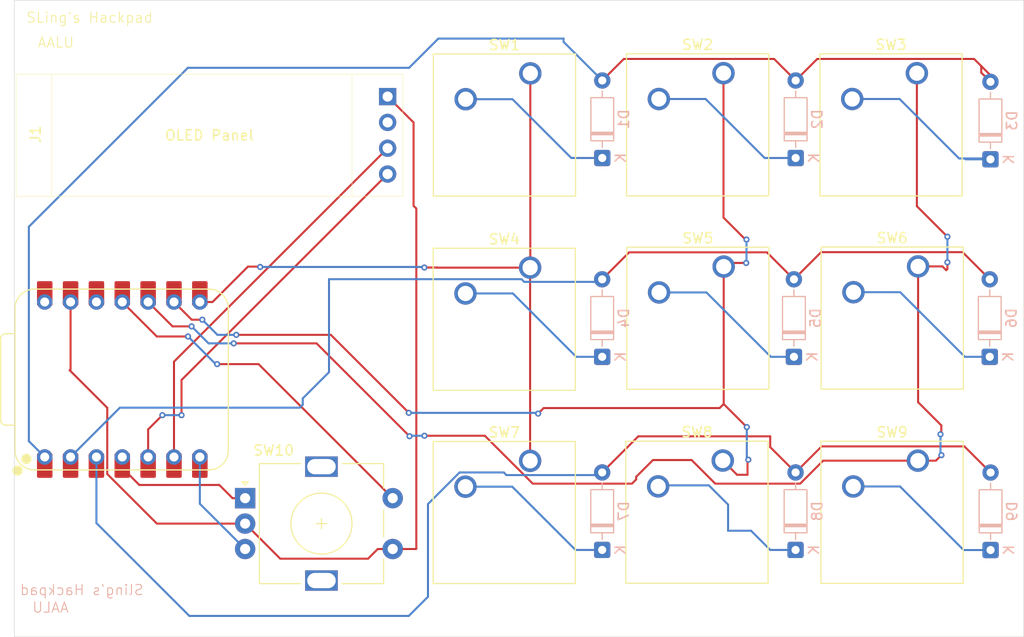
<source format=kicad_pcb>
(kicad_pcb (version 20241229) (generator "pcbnew") (generator_version "9.0")
  (layers (0 "F.Cu" signal) (2 "B.Cu" signal) (13 "F.Paste" user) (15 "B.Paste" user) (5 "F.SilkS" user "F.Silkscreen") (7 "B.SilkS" user "B.Silkscreen") (1 "F.Mask" user) (3 "B.Mask" user) (25 "Edge.Cuts" user))
  (net 0 "")
  (net 1 "Net-(D1-A)")
  (net 2 "Net-(D1-K)")
  (net 3 "Net-(D2-K)")
  (net 4 "Net-(D3-K)")
  (net 5 "Net-(D4-K)")
  (net 6 "Net-(D4-A)")
  (net 7 "Net-(D5-K)")
  (net 8 "Net-(D6-K)")
  (net 9 "Net-(D7-K)")
  (net 10 "Net-(D7-A)")
  (net 11 "Net-(D8-K)")
  (net 12 "Net-(D9-K)")
  (net 13 "Net-(J1-SDA)")
  (net 14 "Net-(J1-SCL)")
  (net 15 "GND")
  (net 16 "+5V")
  (net 17 "Net-(U1-GPIO1{slash}RX)")
  (net 18 "Net-(U1-GPIO2{slash}SCK)")
  (net 19 "Net-(U1-GPIO4{slash}MISO)")
  (net 20 "Net-(U1-GPIO3{slash}MOSI)")
  (net 21 "Net-(U1-GPIO29{slash}ADC3{slash}A3)")
  (net 22 "Net-(U1-GPIO0{slash}TX)")
  (footprint "Seeed Studio XIAO Series Library:XIAO-RP2040-DIP" (layer "F.Cu") (at 55.76 58.82 90)
    (property "Reference" "U1" (hide yes))
    (property "Value" "XIAO-RP2040-DIP")
    (fp_line (start -3.991272 -11.951) (end 4.004 -11.951) (stroke (width 0.127)) (layer "F.SilkS"))
    (fp_line (start 4.504 -11.451) (end 4.504 -10.541) (stroke (width 0.127)) (layer "F.SilkS"))
    (fp_line (start 6.985 -10.541) (end -6.985 -10.541) (stroke (width 0.1)) (layer "F.SilkS"))
    (fp_line (start 6.985 -10.541) (end -6.985 -10.541) (stroke (width 0.127)) (layer "F.SilkS"))
    (fp_line (start -4.495 -10.541) (end -4.491272 -11.451272) (stroke (width 0.127)) (layer "F.SilkS"))
    (fp_line (start 8.89 8.509) (end 8.89 -8.636) (stroke (width 0.127)) (layer "F.SilkS"))
    (fp_line (start -8.89 8.509) (end -8.89 -8.636) (stroke (width 0.127)) (layer "F.SilkS"))
    (fp_line (start -6.985 10.414) (end 6.985 10.414) (stroke (width 0.127)) (layer "F.SilkS"))
    (fp_arc (start 4.004 -11.951) (mid 4.357553 -11.804553) (end 4.504 -11.451) (stroke (width 0.127)) (layer "F.SilkS"))
    (fp_arc (start -4.491272 -11.451272) (mid -4.344728 -11.80464) (end -3.991272 -11.951) (stroke (width 0.127)) (layer "F.SilkS"))
    (fp_arc (start 6.985 -10.541) (mid 8.332038 -9.983038) (end 8.89 -8.636) (stroke (width 0.127)) (layer "F.SilkS"))
    (fp_arc (start -8.89 -8.636) (mid -8.332038 -9.983038) (end -6.985 -10.541) (stroke (width 0.127)) (layer "F.SilkS"))
    (fp_arc (start 8.89 8.509) (mid 8.332038 9.856038) (end 6.985 10.414) (stroke (width 0.127)) (layer "F.SilkS"))
    (fp_arc (start -6.985 10.414) (mid -8.332038 9.856038) (end -8.89 8.509) (stroke (width 0.127)) (layer "F.SilkS"))
    (fp_circle (center -8.95 -10.3) (end -8.95 -10.554) (stroke (width 0.5)) (fill yes) (layer "F.SilkS"))
    (fp_circle (center -7.807 -9.42) (end -7.807 -9.674) (stroke (width 0.5)) (fill yes) (layer "F.SilkS"))
    (pad "1" smd roundrect (at -8.455 -7.62 270) (size 2.432 1.524) (layers "F.Cu" "F.Mask") (roundrect_rratio 0.1) (net 1 "Net-(D1-A)"))
    (pad "1" thru_hole circle (at -7.62 -7.62 270) (size 1.524 1.524) (drill 0.889) (layers "*.Cu" "*.Mask") (net 1 "Net-(D1-A)"))
    (pad "2" smd roundrect (at -8.455 -5.08 270) (size 2.432 1.524) (layers "F.Cu" "F.Mask") (roundrect_rratio 0.1) (net 6 "Net-(D4-A)"))
    (pad "2" thru_hole circle (at -7.62 -5.08 270) (size 1.524 1.524) (drill 0.889) (layers "*.Cu" "*.Mask") (net 6 "Net-(D4-A)"))
    (pad "3" smd roundrect (at -8.455 -2.54 270) (size 2.432 1.524) (layers "F.Cu" "F.Mask") (roundrect_rratio 0.1) (net 10 "Net-(D7-A)"))
    (pad "3" thru_hole circle (at -7.62 -2.54 270) (size 1.524 1.524) (drill 0.889) (layers "*.Cu" "*.Mask") (net 10 "Net-(D7-A)"))
    (pad "4" smd roundrect (at -8.455 0 270) (size 2.432 1.524) (layers "F.Cu" "F.Mask") (roundrect_rratio 0.1) (net 21 "Net-(U1-GPIO29{slash}ADC3{slash}A3)"))
    (pad "4" thru_hole circle (at -7.62 0 270) (size 1.524 1.524) (drill 0.889) (layers "*.Cu" "*.Mask") (net 21 "Net-(U1-GPIO29{slash}ADC3{slash}A3)"))
    (pad "5" smd roundrect (at -8.455 2.54 270) (size 2.432 1.524) (layers "F.Cu" "F.Mask") (roundrect_rratio 0.1) (net 13 "Net-(J1-SDA)"))
    (pad "5" thru_hole circle (at -7.62 2.54 270) (size 1.524 1.524) (drill 0.889) (layers "*.Cu" "*.Mask") (net 13 "Net-(J1-SDA)"))
    (pad "6" smd roundrect (at -8.455 5.08 270) (size 2.432 1.524) (layers "F.Cu" "F.Mask") (roundrect_rratio 0.1) (net 14 "Net-(J1-SCL)"))
    (pad "6" thru_hole circle (at -7.62 5.08 270) (size 1.524 1.524) (drill 0.889) (layers "*.Cu" "*.Mask") (net 14 "Net-(J1-SCL)"))
    (pad "7" smd roundrect (at -8.455 7.62 270) (size 2.432 1.524) (layers "F.Cu" "F.Mask") (roundrect_rratio 0.1) (net 22 "Net-(U1-GPIO0{slash}TX)"))
    (pad "7" thru_hole circle (at -7.62 7.62 270) (size 1.524 1.524) (drill 0.889) (layers "*.Cu" "*.Mask") (net 22 "Net-(U1-GPIO0{slash}TX)"))
    (pad "8" thru_hole circle (at 7.62 7.62 90) (size 1.524 1.524) (drill 0.889) (layers "*.Cu" "*.Mask") (net 17 "Net-(U1-GPIO1{slash}RX)"))
    (pad "8" smd roundrect (at 8.455 7.62 90) (size 2.432 1.524) (layers "F.Cu" "F.Mask") (roundrect_rratio 0.1) (net 17 "Net-(U1-GPIO1{slash}RX)"))
    (pad "9" thru_hole circle (at 7.62 5.08 90) (size 1.524 1.524) (drill 0.889) (layers "*.Cu" "*.Mask") (net 18 "Net-(U1-GPIO2{slash}SCK)"))
    (pad "9" smd roundrect (at 8.455 5.08 90) (size 2.432 1.524) (layers "F.Cu" "F.Mask") (roundrect_rratio 0.1) (net 18 "Net-(U1-GPIO2{slash}SCK)"))
    (pad "10" thru_hole circle (at 7.62 2.54 90) (size 1.524 1.524) (drill 0.889) (layers "*.Cu" "*.Mask") (net 19 "Net-(U1-GPIO4{slash}MISO)"))
    (pad "10" smd roundrect (at 8.455 2.54 90) (size 2.432 1.524) (layers "F.Cu" "F.Mask") (roundrect_rratio 0.1) (net 19 "Net-(U1-GPIO4{slash}MISO)"))
    (pad "11" thru_hole circle (at 7.62 0 90) (size 1.524 1.524) (drill 0.889) (layers "*.Cu" "*.Mask") (net 20 "Net-(U1-GPIO3{slash}MOSI)"))
    (pad "11" smd roundrect (at 8.455 0 90) (size 2.432 1.524) (layers "F.Cu" "F.Mask") (roundrect_rratio 0.1) (net 20 "Net-(U1-GPIO3{slash}MOSI)"))
    (pad "12" thru_hole circle (at 7.62 -2.54 90) (size 1.524 1.524) (drill 0.889) (layers "*.Cu" "*.Mask"))
    (pad "12" smd roundrect (at 8.455 -2.54 90) (size 2.432 1.524) (layers "F.Cu" "F.Mask") (roundrect_rratio 0.1))
    (pad "13" thru_hole circle (at 7.62 -5.08 90) (size 1.524 1.524) (drill 0.889) (layers "*.Cu" "*.Mask") (net 15 "GND"))
    (pad "13" smd roundrect (at 8.455 -5.08 90) (size 2.432 1.524) (layers "F.Cu" "F.Mask") (roundrect_rratio 0.1) (net 15 "GND"))
    (pad "14" thru_hole circle (at 7.62 -7.62 90) (size 1.524 1.524) (drill 0.889) (layers "*.Cu" "*.Mask"))
    (pad "14" smd roundrect (at 8.455 -7.62 90) (size 2.432 1.524) (layers "F.Cu" "F.Mask") (roundrect_rratio 0.1))
  )
  (footprint "Button_Switch_Keyboard:SW_Cherry_MX_1.00u_PCB" (layer "F.Cu") (at 95.83 66.82)
    (property "Reference" "SW7" (at -2.54 -2.794 0) (layer "F.SilkS"))
    (property "Value" "SW_Push")
    (fp_line (start -9.525 -1.905) (end 4.445 -1.905) (stroke (width 0.12)) (layer "F.SilkS"))
    (fp_line (start -9.525 12.065) (end -9.525 -1.905) (stroke (width 0.12)) (layer "F.SilkS"))
    (fp_line (start 4.445 -1.905) (end 4.445 12.065) (stroke (width 0.12)) (layer "F.SilkS"))
    (fp_line (start 4.445 12.065) (end -9.525 12.065) (stroke (width 0.12)) (layer "F.SilkS"))
    (pad "" np_thru_hole circle (at -7.62 5.08) (size 1.7 1.7) (drill 1.7) (layers "*.Cu" "*.Mask"))
    (pad "" np_thru_hole circle (at -2.54 5.08) (size 4 4) (drill 4) (layers "*.Cu" "*.Mask"))
    (pad "" np_thru_hole circle (at 2.54 5.08) (size 1.7 1.7) (drill 1.7) (layers "*.Cu" "*.Mask"))
    (pad "1" thru_hole circle (at 0 0) (size 2.2 2.2) (drill 1.5) (layers "*.Cu" "*.Mask") (net 17 "Net-(U1-GPIO1{slash}RX)"))
    (pad "2" thru_hole circle (at -6.35 2.54) (size 2.2 2.2) (drill 1.5) (layers "*.Cu" "*.Mask") (net 9 "Net-(D7-K)"))
  )
  (footprint "abc:RotaryEncoder_Alps_EC11E-Switch_Vertical_H20mm" (layer "F.Cu") (at 67.83 70.49)
    (property "Reference" "SW10" (at 2.8 -4.7 0) (layer "F.SilkS"))
    (property "Value" "RotaryEncoder_Switch")
    (fp_line (start -0.3 -1.6) (end 0.3 -1.6) (stroke (width 0.12)) (layer "F.SilkS"))
    (fp_line (start 0 -1.3) (end -0.3 -1.6) (stroke (width 0.12)) (layer "F.SilkS"))
    (fp_line (start 0.3 -1.6) (end 0 -1.3) (stroke (width 0.12)) (layer "F.SilkS"))
    (fp_line (start 1.4 -3.4) (end 1.4 8.4) (stroke (width 0.12)) (layer "F.SilkS"))
    (fp_line (start 5.5 -3.4) (end 1.4 -3.4) (stroke (width 0.12)) (layer "F.SilkS"))
    (fp_line (start 5.5 8.4) (end 1.4 8.4) (stroke (width 0.12)) (layer "F.SilkS"))
    (fp_line (start 7 2.5) (end 8 2.5) (stroke (width 0.12)) (layer "F.SilkS"))
    (fp_line (start 7.5 2) (end 7.5 3) (stroke (width 0.12)) (layer "F.SilkS"))
    (fp_line (start 9.5 -3.4) (end 13.6 -3.4) (stroke (width 0.12)) (layer "F.SilkS"))
    (fp_line (start 13.6 -3.4) (end 13.6 -1) (stroke (width 0.12)) (layer "F.SilkS"))
    (fp_line (start 13.6 1.2) (end 13.6 3.8) (stroke (width 0.12)) (layer "F.SilkS"))
    (fp_line (start 13.6 6) (end 13.6 8.4) (stroke (width 0.12)) (layer "F.SilkS"))
    (fp_line (start 13.6 8.4) (end 9.5 8.4) (stroke (width 0.12)) (layer "F.SilkS"))
    (fp_circle (center 7.5 2.5) (end 10.5 2.5) (stroke (width 0.12)) (fill no) (layer "F.SilkS"))
    (pad "A" thru_hole rect (at 0 0) (size 2 2) (drill 1) (layers "*.Cu" "*.Mask") (net 21 "Net-(U1-GPIO29{slash}ADC3{slash}A3)"))
    (pad "B" thru_hole circle (at 0 5) (size 2 2) (drill 1) (layers "*.Cu" "*.Mask") (net 22 "Net-(U1-GPIO0{slash}TX)"))
    (pad "C" thru_hole circle (at 0 2.5) (size 2 2) (drill 1) (layers "*.Cu" "*.Mask") (net 15 "GND"))
    (pad "MP" thru_hole rect (at 7.5 -3.1) (size 3.2 2) (drill oval 2.8 1.5) (layers "*.Cu" "*.Mask"))
    (pad "MP" thru_hole rect (at 7.5 8.1) (size 3.2 2) (drill oval 2.8 1.5) (layers "*.Cu" "*.Mask"))
    (pad "S1" thru_hole circle (at 14.5 5) (size 2 2) (drill 1) (layers "*.Cu" "*.Mask") (net 15 "GND"))
    (pad "S2" thru_hole circle (at 14.5 0) (size 2 2) (drill 1) (layers "*.Cu" "*.Mask") (net 20 "Net-(U1-GPIO3{slash}MOSI)"))
  )
  (footprint "Button_Switch_Keyboard:SW_Cherry_MX_1.00u_PCB" (layer "F.Cu") (at 133.95 47.7)
    (property "Reference" "SW6" (at -2.54 -2.794 0) (layer "F.SilkS"))
    (property "Value" "SW_Push")
    (fp_line (start -9.525 -1.905) (end 4.445 -1.905) (stroke (width 0.12)) (layer "F.SilkS"))
    (fp_line (start -9.525 12.065) (end -9.525 -1.905) (stroke (width 0.12)) (layer "F.SilkS"))
    (fp_line (start 4.445 -1.905) (end 4.445 12.065) (stroke (width 0.12)) (layer "F.SilkS"))
    (fp_line (start 4.445 12.065) (end -9.525 12.065) (stroke (width 0.12)) (layer "F.SilkS"))
    (pad "" np_thru_hole circle (at -7.62 5.08) (size 1.7 1.7) (drill 1.7) (layers "*.Cu" "*.Mask"))
    (pad "" np_thru_hole circle (at -2.54 5.08) (size 4 4) (drill 4) (layers "*.Cu" "*.Mask"))
    (pad "" np_thru_hole circle (at 2.54 5.08) (size 1.7 1.7) (drill 1.7) (layers "*.Cu" "*.Mask"))
    (pad "1" thru_hole circle (at 0 0) (size 2.2 2.2) (drill 1.5) (layers "*.Cu" "*.Mask") (net 19 "Net-(U1-GPIO4{slash}MISO)"))
    (pad "2" thru_hole circle (at -6.35 2.54) (size 2.2 2.2) (drill 1.5) (layers "*.Cu" "*.Mask") (net 8 "Net-(D6-K)"))
  )
  (footprint "Button_Switch_Keyboard:SW_Cherry_MX_1.00u_PCB" (layer "F.Cu") (at 95.85 28.72)
    (property "Reference" "SW1" (at -2.54 -2.794 0) (layer "F.SilkS"))
    (property "Value" "SW_Push")
    (fp_line (start -9.525 -1.905) (end 4.445 -1.905) (stroke (width 0.12)) (layer "F.SilkS"))
    (fp_line (start -9.525 12.065) (end -9.525 -1.905) (stroke (width 0.12)) (layer "F.SilkS"))
    (fp_line (start 4.445 -1.905) (end 4.445 12.065) (stroke (width 0.12)) (layer "F.SilkS"))
    (fp_line (start 4.445 12.065) (end -9.525 12.065) (stroke (width 0.12)) (layer "F.SilkS"))
    (pad "" np_thru_hole circle (at -7.62 5.08) (size 1.7 1.7) (drill 1.7) (layers "*.Cu" "*.Mask"))
    (pad "" np_thru_hole circle (at -2.54 5.08) (size 4 4) (drill 4) (layers "*.Cu" "*.Mask"))
    (pad "" np_thru_hole circle (at 2.54 5.08) (size 1.7 1.7) (drill 1.7) (layers "*.Cu" "*.Mask"))
    (pad "1" thru_hole circle (at 0 0) (size 2.2 2.2) (drill 1.5) (layers "*.Cu" "*.Mask") (net 17 "Net-(U1-GPIO1{slash}RX)"))
    (pad "2" thru_hole circle (at -6.35 2.54) (size 2.2 2.2) (drill 1.5) (layers "*.Cu" "*.Mask") (net 2 "Net-(D1-K)"))
  )
  (footprint "Button_Switch_Keyboard:SW_Cherry_MX_1.00u_PCB" (layer "F.Cu") (at 133.83 28.7)
    (property "Reference" "SW3" (at -2.54 -2.794 0) (layer "F.SilkS"))
    (property "Value" "SW_Push")
    (fp_line (start -9.525 -1.905) (end 4.445 -1.905) (stroke (width 0.12)) (layer "F.SilkS"))
    (fp_line (start -9.525 12.065) (end -9.525 -1.905) (stroke (width 0.12)) (layer "F.SilkS"))
    (fp_line (start 4.445 -1.905) (end 4.445 12.065) (stroke (width 0.12)) (layer "F.SilkS"))
    (fp_line (start 4.445 12.065) (end -9.525 12.065) (stroke (width 0.12)) (layer "F.SilkS"))
    (pad "" np_thru_hole circle (at -7.62 5.08) (size 1.7 1.7) (drill 1.7) (layers "*.Cu" "*.Mask"))
    (pad "" np_thru_hole circle (at -2.54 5.08) (size 4 4) (drill 4) (layers "*.Cu" "*.Mask"))
    (pad "" np_thru_hole circle (at 2.54 5.08) (size 1.7 1.7) (drill 1.7) (layers "*.Cu" "*.Mask"))
    (pad "1" thru_hole circle (at 0 0) (size 2.2 2.2) (drill 1.5) (layers "*.Cu" "*.Mask") (net 19 "Net-(U1-GPIO4{slash}MISO)"))
    (pad "2" thru_hole circle (at -6.35 2.54) (size 2.2 2.2) (drill 1.5) (layers "*.Cu" "*.Mask") (net 4 "Net-(D3-K)"))
  )
  (footprint "abc:SSD1306-0.91-OLED-4pin-128x32" (layer "F.Cu") (at 45.33 28.81)
    (property "Reference" "J1" (at 1.9 5.91 90) (layer "F.SilkS"))
    (property "Value" "OLED_128x32")
    (fp_line (start 0 0) (end 0 12) (stroke (width 0.04)) (layer "F.SilkS"))
    (fp_line (start 0 12) (end 38 12) (stroke (width 0.04)) (layer "F.SilkS"))
    (fp_line (start 3.5 0) (end 3.5 12) (stroke (width 0.04)) (layer "F.SilkS"))
    (fp_line (start 33 0) (end 33 12) (stroke (width 0.04)) (layer "F.SilkS"))
    (fp_line (start 38 0) (end 0 0) (stroke (width 0.04)) (layer "F.SilkS"))
    (fp_line (start 38 12) (end 38 0) (stroke (width 0.04)) (layer "F.SilkS"))
    (fp_text user "OLED Panel" (at 19 6 0) (layer "F.SilkS"))
    (pad "1" thru_hole rect (at 36.5 2.19) (size 1.7 1.7) (drill 1) (layers "*.Cu" "*.Mask") (net 15 "GND"))
    (pad "2" thru_hole oval (at 36.5 4.73) (size 1.7 1.7) (drill 1) (layers "*.Cu" "*.Mask") (net 16 "+5V"))
    (pad "3" thru_hole oval (at 36.5 7.27) (size 1.7 1.7) (drill 1) (layers "*.Cu" "*.Mask") (net 14 "Net-(J1-SCL)"))
    (pad "4" thru_hole oval (at 36.5 9.81) (size 1.7 1.7) (drill 1) (layers "*.Cu" "*.Mask") (net 13 "Net-(J1-SDA)"))
  )
  (footprint "Button_Switch_Keyboard:SW_Cherry_MX_1.00u_PCB" (layer "F.Cu") (at 114.85 47.72)
    (property "Reference" "SW5" (at -2.54 -2.794 0) (layer "F.SilkS"))
    (property "Value" "SW_Push")
    (fp_line (start -9.525 -1.905) (end 4.445 -1.905) (stroke (width 0.12)) (layer "F.SilkS"))
    (fp_line (start -9.525 12.065) (end -9.525 -1.905) (stroke (width 0.12)) (layer "F.SilkS"))
    (fp_line (start 4.445 -1.905) (end 4.445 12.065) (stroke (width 0.12)) (layer "F.SilkS"))
    (fp_line (start 4.445 12.065) (end -9.525 12.065) (stroke (width 0.12)) (layer "F.SilkS"))
    (pad "" np_thru_hole circle (at -7.62 5.08) (size 1.7 1.7) (drill 1.7) (layers "*.Cu" "*.Mask"))
    (pad "" np_thru_hole circle (at -2.54 5.08) (size 4 4) (drill 4) (layers "*.Cu" "*.Mask"))
    (pad "" np_thru_hole circle (at 2.54 5.08) (size 1.7 1.7) (drill 1.7) (layers "*.Cu" "*.Mask"))
    (pad "1" thru_hole circle (at 0 0) (size 2.2 2.2) (drill 1.5) (layers "*.Cu" "*.Mask") (net 18 "Net-(U1-GPIO2{slash}SCK)"))
    (pad "2" thru_hole circle (at -6.35 2.54) (size 2.2 2.2) (drill 1.5) (layers "*.Cu" "*.Mask") (net 7 "Net-(D5-K)"))
  )
  (footprint "Button_Switch_Keyboard:SW_Cherry_MX_1.00u_PCB" (layer "F.Cu") (at 114.83 28.7)
    (property "Reference" "SW2" (at -2.54 -2.794 0) (layer "F.SilkS"))
    (property "Value" "SW_Push")
    (fp_line (start -9.525 -1.905) (end 4.445 -1.905) (stroke (width 0.12)) (layer "F.SilkS"))
    (fp_line (start -9.525 12.065) (end -9.525 -1.905) (stroke (width 0.12)) (layer "F.SilkS"))
    (fp_line (start 4.445 -1.905) (end 4.445 12.065) (stroke (width 0.12)) (layer "F.SilkS"))
    (fp_line (start 4.445 12.065) (end -9.525 12.065) (stroke (width 0.12)) (layer "F.SilkS"))
    (pad "" np_thru_hole circle (at -7.62 5.08) (size 1.7 1.7) (drill 1.7) (layers "*.Cu" "*.Mask"))
    (pad "" np_thru_hole circle (at -2.54 5.08) (size 4 4) (drill 4) (layers "*.Cu" "*.Mask"))
    (pad "" np_thru_hole circle (at 2.54 5.08) (size 1.7 1.7) (drill 1.7) (layers "*.Cu" "*.Mask"))
    (pad "1" thru_hole circle (at 0 0) (size 2.2 2.2) (drill 1.5) (layers "*.Cu" "*.Mask") (net 18 "Net-(U1-GPIO2{slash}SCK)"))
    (pad "2" thru_hole circle (at -6.35 2.54) (size 2.2 2.2) (drill 1.5) (layers "*.Cu" "*.Mask") (net 3 "Net-(D2-K)"))
  )
  (footprint "Button_Switch_Keyboard:SW_Cherry_MX_1.00u_PCB" (layer "F.Cu") (at 133.93 66.8)
    (property "Reference" "SW9" (at -2.54 -2.794 0) (layer "F.SilkS"))
    (property "Value" "SW_Push")
    (fp_line (start -9.525 -1.905) (end 4.445 -1.905) (stroke (width 0.12)) (layer "F.SilkS"))
    (fp_line (start -9.525 12.065) (end -9.525 -1.905) (stroke (width 0.12)) (layer "F.SilkS"))
    (fp_line (start 4.445 -1.905) (end 4.445 12.065) (stroke (width 0.12)) (layer "F.SilkS"))
    (fp_line (start 4.445 12.065) (end -9.525 12.065) (stroke (width 0.12)) (layer "F.SilkS"))
    (pad "" np_thru_hole circle (at -7.62 5.08) (size 1.7 1.7) (drill 1.7) (layers "*.Cu" "*.Mask"))
    (pad "" np_thru_hole circle (at -2.54 5.08) (size 4 4) (drill 4) (layers "*.Cu" "*.Mask"))
    (pad "" np_thru_hole circle (at 2.54 5.08) (size 1.7 1.7) (drill 1.7) (layers "*.Cu" "*.Mask"))
    (pad "1" thru_hole circle (at 0 0) (size 2.2 2.2) (drill 1.5) (layers "*.Cu" "*.Mask") (net 19 "Net-(U1-GPIO4{slash}MISO)"))
    (pad "2" thru_hole circle (at -6.35 2.54) (size 2.2 2.2) (drill 1.5) (layers "*.Cu" "*.Mask") (net 12 "Net-(D9-K)"))
  )
  (footprint "Button_Switch_Keyboard:SW_Cherry_MX_1.00u_PCB" (layer "F.Cu") (at 95.83 47.82)
    (property "Reference" "SW4" (at -2.54 -2.794 0) (layer "F.SilkS"))
    (property "Value" "SW_Push")
    (fp_line (start -9.525 -1.905) (end 4.445 -1.905) (stroke (width 0.12)) (layer "F.SilkS"))
    (fp_line (start -9.525 12.065) (end -9.525 -1.905) (stroke (width 0.12)) (layer "F.SilkS"))
    (fp_line (start 4.445 -1.905) (end 4.445 12.065) (stroke (width 0.12)) (layer "F.SilkS"))
    (fp_line (start 4.445 12.065) (end -9.525 12.065) (stroke (width 0.12)) (layer "F.SilkS"))
    (pad "" np_thru_hole circle (at -7.62 5.08) (size 1.7 1.7) (drill 1.7) (layers "*.Cu" "*.Mask"))
    (pad "" np_thru_hole circle (at -2.54 5.08) (size 4 4) (drill 4) (layers "*.Cu" "*.Mask"))
    (pad "" np_thru_hole circle (at 2.54 5.08) (size 1.7 1.7) (drill 1.7) (layers "*.Cu" "*.Mask"))
    (pad "1" thru_hole circle (at 0 0) (size 2.2 2.2) (drill 1.5) (layers "*.Cu" "*.Mask") (net 17 "Net-(U1-GPIO1{slash}RX)"))
    (pad "2" thru_hole circle (at -6.35 2.54) (size 2.2 2.2) (drill 1.5) (layers "*.Cu" "*.Mask") (net 5 "Net-(D4-K)"))
  )
  (footprint "Button_Switch_Keyboard:SW_Cherry_MX_1.00u_PCB" (layer "F.Cu") (at 114.76 66.79)
    (property "Reference" "SW8" (at -2.54 -2.794 0) (layer "F.SilkS"))
    (property "Value" "SW_Push")
    (fp_line (start -9.525 -1.905) (end 4.445 -1.905) (stroke (width 0.12)) (layer "F.SilkS"))
    (fp_line (start -9.525 12.065) (end -9.525 -1.905) (stroke (width 0.12)) (layer "F.SilkS"))
    (fp_line (start 4.445 -1.905) (end 4.445 12.065) (stroke (width 0.12)) (layer "F.SilkS"))
    (fp_line (start 4.445 12.065) (end -9.525 12.065) (stroke (width 0.12)) (layer "F.SilkS"))
    (pad "" np_thru_hole circle (at -7.62 5.08) (size 1.7 1.7) (drill 1.7) (layers "*.Cu" "*.Mask"))
    (pad "" np_thru_hole circle (at -2.54 5.08) (size 4 4) (drill 4) (layers "*.Cu" "*.Mask"))
    (pad "" np_thru_hole circle (at 2.54 5.08) (size 1.7 1.7) (drill 1.7) (layers "*.Cu" "*.Mask"))
    (pad "1" thru_hole circle (at 0 0) (size 2.2 2.2) (drill 1.5) (layers "*.Cu" "*.Mask") (net 18 "Net-(U1-GPIO2{slash}SCK)"))
    (pad "2" thru_hole circle (at -6.35 2.54) (size 2.2 2.2) (drill 1.5) (layers "*.Cu" "*.Mask") (net 11 "Net-(D8-K)"))
  )
  (footprint "Diode_THT:D_DO-35_SOD27_P7.62mm_Horizontal" (layer "B.Cu") (at 121.92 37.04 90)
    (property "Reference" "D2" (at 3.81 2.12 90) (layer "B.SilkS") (effects (justify mirror)))
    (property "Value" "1N4148")
    (fp_line (start 6.58 0) (end 5.93 0) (stroke (width 0.12)) (layer "B.SilkS"))
    (fp_line (start 1.04 0) (end 1.69 0) (stroke (width 0.12)) (layer "B.SilkS"))
    (fp_line (start 2.53 1.12) (end 2.53 -1.12) (stroke (width 0.12)) (layer "B.SilkS"))
    (fp_line (start 2.41 1.12) (end 2.41 -1.12) (stroke (width 0.12)) (layer "B.SilkS"))
    (fp_line (start 2.29 1.12) (end 2.29 -1.12) (stroke (width 0.12)) (layer "B.SilkS"))
    (fp_rect (start 1.69 1.12) (end 5.93 -1.12) (stroke (width 0.12)) (fill no) (layer "B.SilkS"))
    (fp_text user "K" (at 0 1.8 90) (layer "B.SilkS") (effects (justify mirror)))
    (pad "1" thru_hole roundrect (at 0 0 90) (size 1.6 1.6) (drill 0.8) (layers "*.Cu" "*.Mask") (roundrect_rratio 0.15625) (net 3 "Net-(D2-K)"))
    (pad "2" thru_hole circle (at 7.62 0 90) (size 1.6 1.6) (drill 0.8) (layers "*.Cu" "*.Mask") (net 1 "Net-(D1-A)"))
  )
  (footprint "Diode_THT:D_DO-35_SOD27_P7.62mm_Horizontal" (layer "B.Cu") (at 121.75 56.59 90)
    (property "Reference" "D5" (at 3.81 2.12 90) (layer "B.SilkS") (effects (justify mirror)))
    (property "Value" "1N4148")
    (fp_line (start 6.58 0) (end 5.93 0) (stroke (width 0.12)) (layer "B.SilkS"))
    (fp_line (start 1.04 0) (end 1.69 0) (stroke (width 0.12)) (layer "B.SilkS"))
    (fp_line (start 2.53 1.12) (end 2.53 -1.12) (stroke (width 0.12)) (layer "B.SilkS"))
    (fp_line (start 2.41 1.12) (end 2.41 -1.12) (stroke (width 0.12)) (layer "B.SilkS"))
    (fp_line (start 2.29 1.12) (end 2.29 -1.12) (stroke (width 0.12)) (layer "B.SilkS"))
    (fp_rect (start 1.69 1.12) (end 5.93 -1.12) (stroke (width 0.12)) (fill no) (layer "B.SilkS"))
    (fp_text user "K" (at 0 1.8 90) (layer "B.SilkS") (effects (justify mirror)))
    (pad "1" thru_hole roundrect (at 0 0 90) (size 1.6 1.6) (drill 0.8) (layers "*.Cu" "*.Mask") (roundrect_rratio 0.15625) (net 7 "Net-(D5-K)"))
    (pad "2" thru_hole circle (at 7.62 0 90) (size 1.6 1.6) (drill 0.8) (layers "*.Cu" "*.Mask") (net 6 "Net-(D4-A)"))
  )
  (footprint "Diode_THT:D_DO-35_SOD27_P7.62mm_Horizontal" (layer "B.Cu") (at 141.07 75.59 90)
    (property "Reference" "D9" (at 3.81 2.12 90) (layer "B.SilkS") (effects (justify mirror)))
    (property "Value" "1N4148")
    (fp_line (start 6.58 0) (end 5.93 0) (stroke (width 0.12)) (layer "B.SilkS"))
    (fp_line (start 1.04 0) (end 1.69 0) (stroke (width 0.12)) (layer "B.SilkS"))
    (fp_line (start 2.53 1.12) (end 2.53 -1.12) (stroke (width 0.12)) (layer "B.SilkS"))
    (fp_line (start 2.41 1.12) (end 2.41 -1.12) (stroke (width 0.12)) (layer "B.SilkS"))
    (fp_line (start 2.29 1.12) (end 2.29 -1.12) (stroke (width 0.12)) (layer "B.SilkS"))
    (fp_rect (start 1.69 1.12) (end 5.93 -1.12) (stroke (width 0.12)) (fill no) (layer "B.SilkS"))
    (fp_text user "K" (at 0 1.8 90) (layer "B.SilkS") (effects (justify mirror)))
    (pad "1" thru_hole roundrect (at 0 0 90) (size 1.6 1.6) (drill 0.8) (layers "*.Cu" "*.Mask") (roundrect_rratio 0.15625) (net 12 "Net-(D9-K)"))
    (pad "2" thru_hole circle (at 7.62 0 90) (size 1.6 1.6) (drill 0.8) (layers "*.Cu" "*.Mask") (net 10 "Net-(D7-A)"))
  )
  (footprint "Diode_THT:D_DO-35_SOD27_P7.62mm_Horizontal" (layer "B.Cu") (at 140.99 56.59 90)
    (property "Reference" "D6" (at 3.81 2.12 90) (layer "B.SilkS") (effects (justify mirror)))
    (property "Value" "1N4148")
    (fp_line (start 6.58 0) (end 5.93 0) (stroke (width 0.12)) (layer "B.SilkS"))
    (fp_line (start 1.04 0) (end 1.69 0) (stroke (width 0.12)) (layer "B.SilkS"))
    (fp_line (start 2.53 1.12) (end 2.53 -1.12) (stroke (width 0.12)) (layer "B.SilkS"))
    (fp_line (start 2.41 1.12) (end 2.41 -1.12) (stroke (width 0.12)) (layer "B.SilkS"))
    (fp_line (start 2.29 1.12) (end 2.29 -1.12) (stroke (width 0.12)) (layer "B.SilkS"))
    (fp_rect (start 1.69 1.12) (end 5.93 -1.12) (stroke (width 0.12)) (fill no) (layer "B.SilkS"))
    (fp_text user "K" (at 0 1.8 90) (layer "B.SilkS") (effects (justify mirror)))
    (pad "1" thru_hole roundrect (at 0 0 90) (size 1.6 1.6) (drill 0.8) (layers "*.Cu" "*.Mask") (roundrect_rratio 0.15625) (net 8 "Net-(D6-K)"))
    (pad "2" thru_hole circle (at 7.62 0 90) (size 1.6 1.6) (drill 0.8) (layers "*.Cu" "*.Mask") (net 6 "Net-(D4-A)"))
  )
  (footprint "Diode_THT:D_DO-35_SOD27_P7.62mm_Horizontal" (layer "B.Cu") (at 102.91 75.58 90)
    (property "Reference" "D7" (at 3.81 2.12 90) (layer "B.SilkS") (effects (justify mirror)))
    (property "Value" "1N4148")
    (fp_line (start 6.58 0) (end 5.93 0) (stroke (width 0.12)) (layer "B.SilkS"))
    (fp_line (start 1.04 0) (end 1.69 0) (stroke (width 0.12)) (layer "B.SilkS"))
    (fp_line (start 2.53 1.12) (end 2.53 -1.12) (stroke (width 0.12)) (layer "B.SilkS"))
    (fp_line (start 2.41 1.12) (end 2.41 -1.12) (stroke (width 0.12)) (layer "B.SilkS"))
    (fp_line (start 2.29 1.12) (end 2.29 -1.12) (stroke (width 0.12)) (layer "B.SilkS"))
    (fp_rect (start 1.69 1.12) (end 5.93 -1.12) (stroke (width 0.12)) (fill no) (layer "B.SilkS"))
    (fp_text user "K" (at 0 1.8 90) (layer "B.SilkS") (effects (justify mirror)))
    (pad "1" thru_hole roundrect (at 0 0 90) (size 1.6 1.6) (drill 0.8) (layers "*.Cu" "*.Mask") (roundrect_rratio 0.15625) (net 9 "Net-(D7-K)"))
    (pad "2" thru_hole circle (at 7.62 0 90) (size 1.6 1.6) (drill 0.8) (layers "*.Cu" "*.Mask") (net 10 "Net-(D7-A)"))
  )
  (footprint "Diode_THT:D_DO-35_SOD27_P7.62mm_Horizontal" (layer "B.Cu") (at 102.92 37.04 90)
    (property "Reference" "D1" (at 3.81 2.12 90) (layer "B.SilkS") (effects (justify mirror)))
    (property "Value" "1N4148")
    (fp_line (start 6.58 0) (end 5.93 0) (stroke (width 0.12)) (layer "B.SilkS"))
    (fp_line (start 1.04 0) (end 1.69 0) (stroke (width 0.12)) (layer "B.SilkS"))
    (fp_line (start 2.53 1.12) (end 2.53 -1.12) (stroke (width 0.12)) (layer "B.SilkS"))
    (fp_line (start 2.41 1.12) (end 2.41 -1.12) (stroke (width 0.12)) (layer "B.SilkS"))
    (fp_line (start 2.29 1.12) (end 2.29 -1.12) (stroke (width 0.12)) (layer "B.SilkS"))
    (fp_rect (start 1.69 1.12) (end 5.93 -1.12) (stroke (width 0.12)) (fill no) (layer "B.SilkS"))
    (fp_text user "K" (at 0 1.8 90) (layer "B.SilkS") (effects (justify mirror)))
    (pad "1" thru_hole roundrect (at 0 0 90) (size 1.6 1.6) (drill 0.8) (layers "*.Cu" "*.Mask") (roundrect_rratio 0.15625) (net 2 "Net-(D1-K)"))
    (pad "2" thru_hole circle (at 7.62 0 90) (size 1.6 1.6) (drill 0.8) (layers "*.Cu" "*.Mask") (net 1 "Net-(D1-A)"))
  )
  (footprint "Diode_THT:D_DO-35_SOD27_P7.62mm_Horizontal" (layer "B.Cu") (at 102.91 56.59 90)
    (property "Reference" "D4" (at 3.81 2.12 90) (layer "B.SilkS") (effects (justify mirror)))
    (property "Value" "1N4148")
    (fp_line (start 6.58 0) (end 5.93 0) (stroke (width 0.12)) (layer "B.SilkS"))
    (fp_line (start 1.04 0) (end 1.69 0) (stroke (width 0.12)) (layer "B.SilkS"))
    (fp_line (start 2.53 1.12) (end 2.53 -1.12) (stroke (width 0.12)) (layer "B.SilkS"))
    (fp_line (start 2.41 1.12) (end 2.41 -1.12) (stroke (width 0.12)) (layer "B.SilkS"))
    (fp_line (start 2.29 1.12) (end 2.29 -1.12) (stroke (width 0.12)) (layer "B.SilkS"))
    (fp_rect (start 1.69 1.12) (end 5.93 -1.12) (stroke (width 0.12)) (fill no) (layer "B.SilkS"))
    (fp_text user "K" (at 0 1.8 90) (layer "B.SilkS") (effects (justify mirror)))
    (pad "1" thru_hole roundrect (at 0 0 90) (size 1.6 1.6) (drill 0.8) (layers "*.Cu" "*.Mask") (roundrect_rratio 0.15625) (net 5 "Net-(D4-K)"))
    (pad "2" thru_hole circle (at 7.62 0 90) (size 1.6 1.6) (drill 0.8) (layers "*.Cu" "*.Mask") (net 6 "Net-(D4-A)"))
  )
  (footprint "Diode_THT:D_DO-35_SOD27_P7.62mm_Horizontal" (layer "B.Cu") (at 141.06 37.17 90)
    (property "Reference" "D3" (at 3.81 2.12 90) (layer "B.SilkS") (effects (justify mirror)))
    (property "Value" "1N4148")
    (fp_line (start 6.58 0) (end 5.93 0) (stroke (width 0.12)) (layer "B.SilkS"))
    (fp_line (start 1.04 0) (end 1.69 0) (stroke (width 0.12)) (layer "B.SilkS"))
    (fp_line (start 2.53 1.12) (end 2.53 -1.12) (stroke (width 0.12)) (layer "B.SilkS"))
    (fp_line (start 2.41 1.12) (end 2.41 -1.12) (stroke (width 0.12)) (layer "B.SilkS"))
    (fp_line (start 2.29 1.12) (end 2.29 -1.12) (stroke (width 0.12)) (layer "B.SilkS"))
    (fp_rect (start 1.69 1.12) (end 5.93 -1.12) (stroke (width 0.12)) (fill no) (layer "B.SilkS"))
    (fp_text user "K" (at 0 1.8 90) (layer "B.SilkS") (effects (justify mirror)))
    (pad "1" thru_hole roundrect (at 0 0 90) (size 1.6 1.6) (drill 0.8) (layers "*.Cu" "*.Mask") (roundrect_rratio 0.15625) (net 4 "Net-(D3-K)"))
    (pad "2" thru_hole circle (at 7.62 0 90) (size 1.6 1.6) (drill 0.8) (layers "*.Cu" "*.Mask") (net 1 "Net-(D1-A)"))
  )
  (footprint "Diode_THT:D_DO-35_SOD27_P7.62mm_Horizontal" (layer "B.Cu") (at 121.91 75.58 90)
    (property "Reference" "D8" (at 3.81 2.12 90) (layer "B.SilkS") (effects (justify mirror)))
    (property "Value" "1N4148")
    (fp_line (start 6.58 0) (end 5.93 0) (stroke (width 0.12)) (layer "B.SilkS"))
    (fp_line (start 1.04 0) (end 1.69 0) (stroke (width 0.12)) (layer "B.SilkS"))
    (fp_line (start 2.53 1.12) (end 2.53 -1.12) (stroke (width 0.12)) (layer "B.SilkS"))
    (fp_line (start 2.41 1.12) (end 2.41 -1.12) (stroke (width 0.12)) (layer "B.SilkS"))
    (fp_line (start 2.29 1.12) (end 2.29 -1.12) (stroke (width 0.12)) (layer "B.SilkS"))
    (fp_rect (start 1.69 1.12) (end 5.93 -1.12) (stroke (width 0.12)) (fill no) (layer "B.SilkS"))
    (fp_text user "K" (at 0 1.8 90) (layer "B.SilkS") (effects (justify mirror)))
    (pad "1" thru_hole roundrect (at 0 0 90) (size 1.6 1.6) (drill 0.8) (layers "*.Cu" "*.Mask") (roundrect_rratio 0.15625) (net 11 "Net-(D8-K)"))
    (pad "2" thru_hole circle (at 7.62 0 90) (size 1.6 1.6) (drill 0.8) (layers "*.Cu" "*.Mask") (net 10 "Net-(D7-A)"))
  )
  (gr_rect (start 45.16 21.53) (end 144.33 84.13) (stroke (width 0.05)) (fill no) (layer "Edge.Cuts"))
  (gr_text "AALU" (at 47.38 26.27 0) (layer "F.SilkS") (effects (font (size 1 1) (thickness 0.1)) (justify left bottom)))
  (gr_text "SLing's Hackpad" (at 46.27 23.82 0) (layer "F.SilkS") (effects (font (size 1 1) (thickness 0.1)) (justify left bottom)))
  (gr_text "AALU" (at 50.56 81.82 0) (layer "B.SilkS") (effects (font (size 1 1) (thickness 0.1)) (justify left bottom mirror)))
  (gr_text "Sling's Hackpad" (at 57.92 80.1 0) (layer "B.SilkS") (effects (font (size 1 1) (thickness 0.1)) (justify left bottom mirror)))
  (segment (start 140.155 28.005) (end 141.62 29.47) (width 0.2) (layer "F.Cu") (net 1))
  (segment (start 139.449 27.299) (end 140.155 28.005) (width 0.2) (layer "F.Cu") (net 1))
  (segment (start 105.041 27.299) (end 119.799 27.299) (width 0.2) (layer "F.Cu") (net 1))
  (segment (start 140.155 28.645) (end 141.06 29.55) (width 0.2) (layer "F.Cu") (net 1))
  (segment (start 124.041 27.299) (end 139.449 27.299) (width 0.2) (layer "F.Cu") (net 1))
  (segment (start 119.799 27.299) (end 121.92 29.42) (width 0.2) (layer "F.Cu") (net 1))
  (segment (start 121.92 29.42) (end 124.041 27.299) (width 0.2) (layer "F.Cu") (net 1))
  (segment (start 102.92 29.42) (end 105.041 27.299) (width 0.2) (layer "F.Cu") (net 1))
  (segment (start 140.155 28.005) (end 140.155 28.645) (width 0.2) (layer "F.Cu") (net 1))
  (segment (start 83.9429 28.17) (end 86.8129 25.3) (width 0.2) (layer "B.Cu") (net 1))
  (segment (start 99.12 25.3) (end 99.12 25.62) (width 0.2) (layer "B.Cu") (net 1))
  (segment (start 46.58 64.88) (end 46.58 43.8) (width 0.2) (layer "B.Cu") (net 1))
  (segment (start 86.8129 25.3) (end 99.12 25.3) (width 0.2) (layer "B.Cu") (net 1))
  (segment (start 48.14 66.44) (end 46.58 64.88) (width 0.2) (layer "B.Cu") (net 1))
  (segment (start 99.12 25.62) (end 102.92 29.42) (width 0.2) (layer "B.Cu") (net 1))
  (segment (start 62.21 28.17) (end 83.9429 28.17) (width 0.2) (layer "B.Cu") (net 1))
  (segment (start 46.58 43.8) (end 62.21 28.17) (width 0.2) (layer "B.Cu") (net 1))
  (segment (start 89.5 31.26) (end 94.094816 31.26) (width 0.2) (layer "B.Cu") (net 2))
  (segment (start 94.094816 31.26) (end 99.874816 37.04) (width 0.2) (layer "B.Cu") (net 2))
  (segment (start 99.874816 37.04) (end 102.92 37.04) (width 0.2) (layer "B.Cu") (net 2))
  (segment (start 108.48 31.24) (end 113.074816 31.24) (width 0.2) (layer "B.Cu") (net 3))
  (segment (start 118.874816 37.04) (end 121.92 37.04) (width 0.2) (layer "B.Cu") (net 3))
  (segment (start 113.074816 31.24) (end 118.874816 37.04) (width 0.2) (layer "B.Cu") (net 3))
  (segment (start 137.98153 37.09) (end 138.51 37.09) (width 0.2) (layer "B.Cu") (net 4))
  (segment (start 132.13153 31.24) (end 137.98153 37.09) (width 0.2) (layer "B.Cu") (net 4))
  (segment (start 138.51 37.09) (end 141.62 37.09) (width 0.2) (layer "B.Cu") (net 4))
  (segment (start 127.48 31.24) (end 132.13153 31.24) (width 0.2) (layer "B.Cu") (net 4))
  (segment (start 138.55 37.09) (end 138.63 37.17) (width 0.2) (layer "B.Cu") (net 4))
  (segment (start 138.51 37.09) (end 138.55 37.09) (width 0.2) (layer "B.Cu") (net 4))
  (segment (start 138.63 37.17) (end 141.06 37.17) (width 0.2) (layer "B.Cu") (net 4))
  (segment (start 89.48 50.36) (end 94.13153 50.36) (width 0.2) (layer "B.Cu") (net 5))
  (segment (start 94.13153 50.36) (end 100.36153 56.59) (width 0.2) (layer "B.Cu") (net 5))
  (segment (start 100.36153 56.59) (end 102.91 56.59) (width 0.2) (layer "B.Cu") (net 5))
  (segment (start 124.421 46.299) (end 138.319 46.299) (width 0.2) (layer "F.Cu") (net 6))
  (segment (start 121.75 48.97) (end 124.421 46.299) (width 0.2) (layer "F.Cu") (net 6))
  (segment (start 138.319 46.299) (end 140.99 48.97) (width 0.2) (layer "F.Cu") (net 6))
  (segment (start 119.099 46.319) (end 121.75 48.97) (width 0.2) (layer "F.Cu") (net 6))
  (segment (start 102.91 48.97) (end 105.561 46.319) (width 0.2) (layer "F.Cu") (net 6))
  (segment (start 105.561 46.319) (end 119.099 46.319) (width 0.2) (layer "F.Cu") (net 6))
  (segment (start 73.49 60.68) (end 76.071 58.099) (width 0.2) (layer "B.Cu") (net 6))
  (segment (start 55.53 61.59) (end 73.2 61.59) (width 0.2) (layer "B.Cu") (net 6))
  (segment (start 73.49 61.3) (end 73.49 60.68) (width 0.2) (layer "B.Cu") (net 6))
  (segment (start 73.2 61.59) (end 73.49 61.3) (width 0.2) (layer "B.Cu") (net 6))
  (segment (start 95.249686 49.221) (end 102.659 49.221) (width 0.2) (layer "B.Cu") (net 6))
  (segment (start 94.987686 48.959) (end 95.249686 49.221) (width 0.2) (layer "B.Cu") (net 6))
  (segment (start 102.659 49.221) (end 102.91 48.97) (width 0.2) (layer "B.Cu") (net 6))
  (segment (start 76.071 48.959) (end 94.987686 48.959) (width 0.2) (layer "B.Cu") (net 6))
  (segment (start 76.071 58.099) (end 76.071 48.959) (width 0.2) (layer "B.Cu") (net 6))
  (segment (start 50.68 66.44) (end 55.53 61.59) (width 0.2) (layer "B.Cu") (net 6))
  (segment (start 119.48153 56.59) (end 121.75 56.59) (width 0.2) (layer "B.Cu") (net 7))
  (segment (start 113.15153 50.26) (end 119.48153 56.59) (width 0.2) (layer "B.Cu") (net 7))
  (segment (start 108.5 50.26) (end 113.15153 50.26) (width 0.2) (layer "B.Cu") (net 7))
  (segment (start 132.194816 50.24) (end 138.544816 56.59) (width 0.2) (layer "B.Cu") (net 8))
  (segment (start 127.6 50.24) (end 132.194816 50.24) (width 0.2) (layer "B.Cu") (net 8))
  (segment (start 138.544816 56.59) (end 140.99 56.59) (width 0.2) (layer "B.Cu") (net 8))
  (segment (start 89.48 69.36) (end 94.074816 69.36) (width 0.2) (layer "B.Cu") (net 9))
  (segment (start 94.074816 69.36) (end 100.294816 75.58) (width 0.2) (layer "B.Cu") (net 9))
  (segment (start 100.294816 75.58) (end 102.91 75.58) (width 0.2) (layer "B.Cu") (net 9))
  (segment (start 102.91 67.96) (end 106.46 64.41) (width 0.2) (layer "F.Cu") (net 10))
  (segment (start 119.42 65.47) (end 121.91 67.96) (width 0.2) (layer "F.Cu") (net 10))
  (segment (start 106.46 64.41) (end 119.42 64.41) (width 0.2) (layer "F.Cu") (net 10))
  (segment (start 119.42 64.41) (end 119.42 65.47) (width 0.2) (layer "F.Cu") (net 10))
  (segment (start 124.471 65.399) (end 138.499 65.399) (width 0.2) (layer "F.Cu") (net 10))
  (segment (start 121.91 67.96) (end 124.471 65.399) (width 0.2) (layer "F.Cu") (net 10))
  (segment (start 138.499 65.399) (end 141.07 67.97) (width 0.2) (layer "F.Cu") (net 10))
  (segment (start 102.649 68.221) (end 102.91 67.96) (width 0.2) (layer "B.Cu") (net 10))
  (segment (start 93.240916 67.959) (end 93.502916 68.221) (width 0.2) (layer "B.Cu") (net 10))
  (segment (start 85.794343 80.185657) (end 85.794343 71.064343) (width 0.2) (layer "B.Cu") (net 10))
  (segment (start 88.899686 67.959) (end 93.240916 67.959) (width 0.2) (layer "B.Cu") (net 10))
  (segment (start 83.91 82.07) (end 85.794343 80.185657) (width 0.2) (layer "B.Cu") (net 10))
  (segment (start 62.35 82.07) (end 53.22 72.94) (width 0.2) (layer "B.Cu") (net 10))
  (segment (start 53.22 72.94) (end 53.22 66.44) (width 0.2) (layer "B.Cu") (net 10))
  (segment (start 85.794343 71.064343) (end 88.899686 67.959) (width 0.2) (layer "B.Cu") (net 10))
  (segment (start 93.502916 68.221) (end 102.649 68.221) (width 0.2) (layer "B.Cu") (net 10))
  (segment (start 62.35 82.07) (end 83.91 82.07) (width 0.2) (layer "B.Cu") (net 10))
  (segment (start 108.48 69.23) (end 113.39 69.23) (width 0.2) (layer "B.Cu") (net 11))
  (segment (start 119.424816 75.58) (end 121.91 75.58) (width 0.2) (layer "B.Cu") (net 11))
  (segment (start 115.28 73.69) (end 117.534816 73.69) (width 0.2) (layer "B.Cu") (net 11))
  (segment (start 115.28 71.12) (end 115.28 73.69) (width 0.2) (layer "B.Cu") (net 11))
  (segment (start 113.39 69.23) (end 115.28 71.12) (width 0.2) (layer "B.Cu") (net 11))
  (segment (start 117.534816 73.69) (end 119.424816 75.58) (width 0.2) (layer "B.Cu") (net 11))
  (segment (start 132.174816 69.34) (end 138.424816 75.59) (width 0.2) (layer "B.Cu") (net 12))
  (segment (start 127.58 69.34) (end 132.174816 69.34) (width 0.2) (layer "B.Cu") (net 12))
  (segment (start 138.424816 75.59) (end 141.07 75.59) (width 0.2) (layer "B.Cu") (net 12))
  (segment (start 58.3 66.44) (end 58.3 63.73) (width 0.2) (layer "F.Cu") (net 13))
  (segment (start 61.58 58.87) (end 81.83 38.62) (width 0.2) (layer "F.Cu") (net 13))
  (segment (start 58.3 63.73) (end 59.7 62.33) (width 0.2) (layer "F.Cu") (net 13))
  (segment (start 61.58 62.33) (end 61.58 58.87) (width 0.2) (layer "F.Cu") (net 13))
  (via (at 59.7 62.33) (size 0.6) (drill 0.3) (layers "F.Cu" "B.Cu") (net 13))
  (via (at 61.58 62.33) (size 0.6) (drill 0.3) (layers "F.Cu" "B.Cu") (net 13))
  (segment (start 61.66 62.25) (end 61.58 62.33) (width 0.2) (layer "B.Cu") (net 13))
  (segment (start 59.7 62.33) (end 61.58 62.33) (width 0.2) (layer "B.Cu") (net 13))
  (segment (start 60.84 57.07) (end 81.83 36.08) (width 0.2) (layer "F.Cu") (net 14))
  (segment (start 60.84 66.44) (end 60.84 57.07) (width 0.2) (layer "F.Cu") (net 14))
  (segment (start 71.28 76.44) (end 79.91 76.44) (width 0.2) (layer "F.Cu") (net 15))
  (segment (start 59.156374 72.99) (end 54.283 68.116626) (width 0.2) (layer "F.Cu") (net 15))
  (segment (start 54.283 61.603) (end 50.59 57.91) (width 0.2) (layer "F.Cu") (net 15))
  (segment (start 84.38 33.55) (end 81.83 31) (width 0.2) (layer "F.Cu") (net 15))
  (segment (start 50.59 57.91) (end 50.68 57.82) (width 0.2) (layer "F.Cu") (net 15))
  (segment (start 54.283 68.116626) (end 54.283 61.603) (width 0.2) (layer "F.Cu") (net 15))
  (segment (start 84.38 41.74) (end 84.38 33.55) (width 0.2) (layer "F.Cu") (net 15))
  (segment (start 84.65 42.01) (end 84.38 41.74) (width 0.2) (layer "F.Cu") (net 15))
  (segment (start 50.68 57.82) (end 50.68 51.2) (width 0.2) (layer "F.Cu") (net 15))
  (segment (start 82.33 75.49) (end 84.61 75.49) (width 0.2) (layer "F.Cu") (net 15))
  (segment (start 79.91 76.44) (end 80.86 75.49) (width 0.2) (layer "F.Cu") (net 15))
  (segment (start 67.83 72.99) (end 59.156374 72.99) (width 0.2) (layer "F.Cu") (net 15))
  (segment (start 84.65 75.45) (end 84.65 42.01) (width 0.2) (layer "F.Cu") (net 15))
  (segment (start 80.86 75.49) (end 82.33 75.49) (width 0.2) (layer "F.Cu") (net 15))
  (segment (start 67.83 72.99) (end 71.28 76.44) (width 0.2) (layer "F.Cu") (net 15))
  (segment (start 84.61 75.49) (end 84.65 75.45) (width 0.2) (layer "F.Cu") (net 15))
  (segment (start 86.690057 47.82) (end 95.83 47.82) (width 0.2) (layer "F.Cu") (net 17))
  (segment (start 69.27 47.72) (end 69.305735 47.755735) (width 0.2) (layer "F.Cu") (net 17))
  (segment (start 64.63 51.2) (end 68.11 47.72) (width 0.2) (layer "F.Cu") (net 17))
  (segment (start 95.85 28.72) (end 95.85 47.8) (width 0.2) (layer "F.Cu") (net 17))
  (segment (start 63.38 51.2) (end 64.63 51.2) (width 0.2) (layer "F.Cu") (net 17))
  (segment (start 85.44 47.81) (end 86.680057 47.81) (width 0.2) (layer "F.Cu") (net 17))
  (segment (start 95.83 47.82) (end 95.83 66.82) (width 0.2) (layer "F.Cu") (net 17))
  (segment (start 95.85 47.8) (end 95.83 47.82) (width 0.2) (layer "F.Cu") (net 17))
  (segment (start 86.680057 47.81) (end 86.690057 47.82) (width 0.2) (layer "F.Cu") (net 17))
  (segment (start 68.11 47.72) (end 69.27 47.72) (width 0.2) (layer "F.Cu") (net 17))
  (via (at 85.44 47.81) (size 0.6) (drill 0.3) (layers "F.Cu" "B.Cu") (net 17))
  (via (at 69.305735 47.755735) (size 0.6) (drill 0.3) (layers "F.Cu" "B.Cu") (net 17))
  (segment (start 85.385735 47.755735) (end 85.44 47.81) (width 0.2) (layer "B.Cu") (net 17))
  (segment (start 69.305735 47.755735) (end 85.385735 47.755735) (width 0.2) (layer "B.Cu") (net 17))
  (segment (start 60.84 51.2) (end 62.58 52.94) (width 0.2) (layer "F.Cu") (net 18))
  (segment (start 117.27 66.71) (end 117.19 66.79) (width 0.2) (layer "F.Cu") (net 18))
  (segment (start 116.16 68.19) (end 114.76 66.79) (width 0.2) (layer "F.Cu") (net 18))
  (segment (start 114.45 61.63) (end 114.85 61.23) (width 0.2) (layer "F.Cu") (net 18))
  (segment (start 76.25 54.43) (end 83.91 62.09) (width 0.2) (layer "F.Cu") (net 18))
  (segment (start 66.96 54.43) (end 76.25 54.43) (width 0.2) (layer "F.Cu") (net 18))
  (segment (start 114.85 47.72) (end 114.85 61.23) (width 0.2) (layer "F.Cu") (net 18))
  (segment (start 96.62 62.17) (end 97.16 61.63) (width 0.2) (layer "F.Cu") (net 18))
  (segment (start 83.91 62.09) (end 83.91 62.1) (width 0.2) (layer "F.Cu") (net 18))
  (segment (start 62.58 52.94) (end 63.62 52.94) (width 0.2) (layer "F.Cu") (net 18))
  (segment (start 117.06 47.36) (end 115.21 47.36) (width 0.2) (layer "F.Cu") (net 18))
  (segment (start 115.21 47.36) (end 114.85 47.72) (width 0.2) (layer "F.Cu") (net 18))
  (segment (start 97.16 61.63) (end 114.45 61.63) (width 0.2) (layer "F.Cu") (net 18))
  (segment (start 117.19 66.79) (end 117.19 68.19) (width 0.2) (layer "F.Cu") (net 18))
  (segment (start 117.19 68.19) (end 116.16 68.19) (width 0.2) (layer "F.Cu") (net 18))
  (segment (start 114.85 61.23) (end 117.12 63.5) (width 0.2) (layer "F.Cu") (net 18))
  (segment (start 116.84 44.91) (end 116.99 45.06) (width 0.2) (layer "F.Cu") (net 18))
  (segment (start 114.83 28.7) (end 114.83 42.9) (width 0.2) (layer "F.Cu") (net 18))
  (segment (start 116.99 45.06) (end 117.09 45.06) (width 0.2) (layer "F.Cu") (net 18))
  (segment (start 114.83 42.9) (end 116.84 44.91) (width 0.2) (layer "F.Cu") (net 18))
  (via (at 117.27 66.71) (size 0.6) (drill 0.3) (layers "F.Cu" "B.Cu") (net 18))
  (via (at 83.91 62.1) (size 0.6) (drill 0.3) (layers "F.Cu" "B.Cu") (net 18))
  (via (at 117.09 45.06) (size 0.6) (drill 0.3) (layers "F.Cu" "B.Cu") (net 18))
  (via (at 66.96 54.43) (size 0.6) (drill 0.3) (layers "F.Cu" "B.Cu") (net 18))
  (via (at 63.62 52.94) (size 0.6) (drill 0.3) (layers "F.Cu" "B.Cu") (net 18))
  (via (at 117.06 47.36) (size 0.6) (drill 0.3) (layers "F.Cu" "B.Cu") (net 18))
  (via (at 117.12 63.5) (size 0.6) (drill 0.3) (layers "F.Cu" "B.Cu") (net 18))
  (via (at 96.62 62.17) (size 0.6) (drill 0.3) (layers "F.Cu" "B.Cu") (net 18))
  (segment (start 63.62 52.94) (end 65.11 54.43) (width 0.2) (layer "B.Cu") (net 18))
  (segment (start 117.09 45.06) (end 117.09 47.12) (width 0.2) (layer "B.Cu") (net 18))
  (segment (start 117.12 66.56) (end 117.27 66.71) (width 0.2) (layer "B.Cu") (net 18))
  (segment (start 83.91 62.1) (end 96.55 62.1) (width 0.2) (layer "B.Cu") (net 18))
  (segment (start 117.06 47.15) (end 117.06 47.36) (width 0.2) (layer "B.Cu") (net 18))
  (segment (start 96.55 62.1) (end 96.62 62.17) (width 0.2) (layer "B.Cu") (net 18))
  (segment (start 117.12 63.5) (end 117.12 66.56) (width 0.2) (layer "B.Cu") (net 18))
  (segment (start 117.09 47.12) (end 117.06 47.15) (width 0.2) (layer "B.Cu") (net 18))
  (segment (start 65.11 54.43) (end 66.96 54.43) (width 0.2) (layer "B.Cu") (net 18))
  (segment (start 124.62705 66.8) (end 133.93 66.8) (width 0.2) (layer "F.Cu") (net 19))
  (segment (start 96.089686 69.061) (end 105.839 69.061) (width 0.2) (layer "F.Cu") (net 19))
  (segment (start 91.378686 64.35) (end 85.45 64.35) (width 0.2) (layer "F.Cu") (net 19))
  (segment (start 133.95 47.7) (end 133.95 61.05) (width 0.2) (layer "F.Cu") (net 19))
  (segment (start 106.25 68.65) (end 106.25 68.39) (width 0.2) (layer "F.Cu") (net 19))
  (segment (start 111.699 66.74) (end 114.02 69.061) (width 0.2) (layer "F.Cu") (net 19))
  (segment (start 96.089686 69.061) (end 91.378686 64.35) (width 0.2) (layer "F.Cu") (net 19))
  (segment (start 136.23 64.13) (end 136.15 64.21) (width 0.2) (layer "F.Cu") (net 19))
  (segment (start 136.34 47.7) (end 133.95 47.7) (width 0.2) (layer "F.Cu") (net 19))
  (segment (start 136.23 63.33) (end 136.23 64.13) (width 0.2) (layer "F.Cu") (net 19))
  (segment (start 74.85 55.27) (end 66.71 55.27) (width 0.2) (layer "F.Cu") (net 19))
  (segment (start 122.36605 69.061) (end 124.62705 66.8) (width 0.2) (layer "F.Cu") (net 19))
  (segment (start 106.25 68.39) (end 107.9 66.74) (width 0.2) (layer "F.Cu") (net 19))
  (segment (start 62.57 53.6) (end 60.7 53.6) (width 0.2) (layer "F.Cu") (net 19))
  (segment (start 83.98 64.4) (end 74.85 55.27) (width 0.2) (layer "F.Cu") (net 19))
  (segment (start 133.83 28.7) (end 133.83 41.78) (width 0.2) (layer "F.Cu") (net 19))
  (segment (start 133.83 41.78) (end 136.83 44.78) (width 0.2) (layer "F.Cu") (net 19))
  (segment (start 136.83 47.3) (end 136.83 47.95) (width 0.2) (layer "F.Cu") (net 19))
  (segment (start 136.83 47.95) (end 136.71 48.07) (width 0.2) (layer "F.Cu") (net 19))
  (segment (start 133.95 61.05) (end 136.23 63.33) (width 0.2) (layer "F.Cu") (net 19))
  (segment (start 135.7 66.8) (end 133.93 66.8) (width 0.2) (layer "F.Cu") (net 19))
  (segment (start 105.839 69.061) (end 106.25 68.65) (width 0.2) (layer "F.Cu") (net 19))
  (segment (start 136.71 48.07) (end 136.34 47.7) (width 0.2) (layer "F.Cu") (net 19))
  (segment (start 60.7 53.6) (end 58.3 51.2) (width 0.2) (layer "F.Cu") (net 19))
  (segment (start 107.9 66.74) (end 111.699 66.74) (width 0.2) (layer "F.Cu") (net 19))
  (segment (start 114.02 69.061) (end 122.36605 69.061) (width 0.2) (layer "F.Cu") (net 19))
  (segment (start 136.24 66.26) (end 135.7 66.8) (width 0.2) (layer "F.Cu") (net 19))
  (via (at 136.83 47.3) (size 0.6) (drill 0.3) (layers "F.Cu" "B.Cu") (net 19))
  (via (at 62.57 53.6) (size 0.6) (drill 0.3) (layers "F.Cu" "B.Cu") (net 19))
  (via (at 136.24 66.26) (size 0.6) (drill 0.3) (layers "F.Cu" "B.Cu") (net 19))
  (via (at 85.45 64.35) (size 0.6) (drill 0.3) (layers "F.Cu" "B.Cu") (net 19))
  (via (at 83.98 64.4) (size 0.6) (drill 0.3) (layers "F.Cu" "B.Cu") (net 19))
  (via (at 136.15 64.21) (size 0.6) (drill 0.3) (layers "F.Cu" "B.Cu") (net 19))
  (via (at 136.83 44.78) (size 0.6) (drill 0.3) (layers "F.Cu" "B.Cu") (net 19))
  (via (at 66.71 55.27) (size 0.6) (drill 0.3) (layers "F.Cu" "B.Cu") (net 19))
  (segment (start 84.03 64.35) (end 83.98 64.4) (width 0.2) (layer "B.Cu") (net 19))
  (segment (start 136.15 64.21) (end 136.15 66.1) (width 0.2) (layer "B.Cu") (net 19))
  (segment (start 136.12 66.13) (end 136.24 66.25) (width 0.2) (layer "B.Cu") (net 19))
  (segment (start 85.45 64.35) (end 84.03 64.35) (width 0.2) (layer "B.Cu") (net 19))
  (segment (start 64.24 55.27) (end 62.57 53.6) (width 0.2) (layer "B.Cu") (net 19))
  (segment (start 136.15 66.1) (end 136.12 66.13) (width 0.2) (layer "B.Cu") (net 19))
  (segment (start 66.71 55.27) (end 64.24 55.27) (width 0.2) (layer "B.Cu") (net 19))
  (segment (start 136.83 44.78) (end 136.83 47.3) (width 0.2) (layer "B.Cu") (net 19))
  (segment (start 136.24 66.25) (end 136.24 66.26) (width 0.2) (layer "B.Cu") (net 19))
  (segment (start 62.22 54.59) (end 59.15 54.59) (width 0.2) (layer "F.Cu") (net 20))
  (segment (start 82.33 70.49) (end 69.15 57.31) (width 0.2) (layer "F.Cu") (net 20))
  (segment (start 69.15 57.31) (end 65.08 57.31) (width 0.2) (layer "F.Cu") (net 20))
  (segment (start 59.15 54.59) (end 55.76 51.2) (width 0.2) (layer "F.Cu") (net 20))
  (via (at 65.08 57.31) (size 0.6) (drill 0.3) (layers "F.Cu" "B.Cu") (net 20))
  (via (at 62.22 54.59) (size 0.6) (drill 0.3) (layers "F.Cu" "B.Cu") (net 20))
  (segment (start 64.94 57.31) (end 62.22 54.59) (width 0.2) (layer "B.Cu") (net 20))
  (segment (start 65.08 57.31) (end 64.94 57.31) (width 0.2) (layer "B.Cu") (net 20))
  (segment (start 55.76 67.51763) (end 55.76 66.44) (width 0.2) (layer "F.Cu") (net 21))
  (segment (start 65.29 69.19) (end 57.43237 69.19) (width 0.2) (layer "F.Cu") (net 21))
  (segment (start 66.59 70.49) (end 65.29 69.19) (width 0.2) (layer "F.Cu") (net 21))
  (segment (start 57.43237 69.19) (end 55.76 67.51763) (width 0.2) (layer "F.Cu") (net 21))
  (segment (start 67.83 70.49) (end 66.59 70.49) (width 0.2) (layer "F.Cu") (net 21))
  (segment (start 63.38 71.04) (end 63.38 66.44) (width 0.2) (layer "B.Cu") (net 22))
  (segment (start 67.83 75.49) (end 63.38 71.04) (width 0.2) (layer "B.Cu") (net 22))
)
</source>
